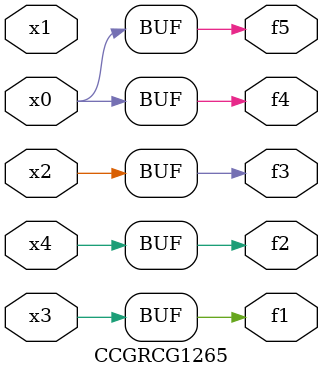
<source format=v>
module CCGRCG1265(
	input x0, x1, x2, x3, x4,
	output f1, f2, f3, f4, f5
);
	assign f1 = x3;
	assign f2 = x4;
	assign f3 = x2;
	assign f4 = x0;
	assign f5 = x0;
endmodule

</source>
